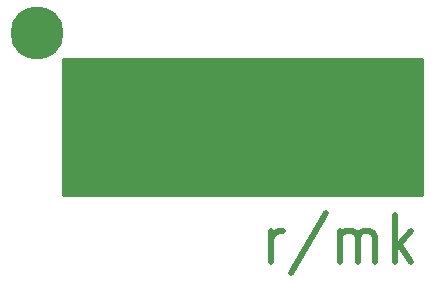
<source format=gbr>
G04 #@! TF.GenerationSoftware,KiCad,Pcbnew,(5.1.10-1-10_14)*
G04 #@! TF.CreationDate,2021-08-19T10:23:20-05:00*
G04 #@! TF.ProjectId,PCB-Keychains,5043422d-4b65-4796-9368-61696e732e6b,rev?*
G04 #@! TF.SameCoordinates,Original*
G04 #@! TF.FileFunction,Copper,L1,Top*
G04 #@! TF.FilePolarity,Positive*
%FSLAX46Y46*%
G04 Gerber Fmt 4.6, Leading zero omitted, Abs format (unit mm)*
G04 Created by KiCad (PCBNEW (5.1.10-1-10_14)) date 2021-08-19 10:23:20*
%MOMM*%
%LPD*%
G01*
G04 APERTURE LIST*
G04 #@! TA.AperFunction,NonConductor*
%ADD10C,0.500000*%
G04 #@! TD*
G04 #@! TA.AperFunction,ComponentPad*
%ADD11C,4.500000*%
G04 #@! TD*
G04 #@! TA.AperFunction,NonConductor*
%ADD12C,0.254000*%
G04 #@! TD*
G04 #@! TA.AperFunction,NonConductor*
%ADD13C,0.100000*%
G04 #@! TD*
G04 APERTURE END LIST*
D10*
X140713138Y-113516955D02*
X140713138Y-110850289D01*
X140713138Y-111612193D02*
X140879805Y-111231241D01*
X141046472Y-111040765D01*
X141379805Y-110850289D01*
X141713138Y-110850289D01*
X145379805Y-109326479D02*
X142379805Y-114469336D01*
X146546472Y-113516955D02*
X146546472Y-110850289D01*
X146546472Y-111231241D02*
X146713138Y-111040765D01*
X147046472Y-110850289D01*
X147546472Y-110850289D01*
X147879805Y-111040765D01*
X148046472Y-111421717D01*
X148046472Y-113516955D01*
X148046472Y-111421717D02*
X148213138Y-111040765D01*
X148546472Y-110850289D01*
X149046472Y-110850289D01*
X149379805Y-111040765D01*
X149546472Y-111421717D01*
X149546472Y-113516955D01*
X151213138Y-113516955D02*
X151213138Y-109516955D01*
X151546472Y-111993146D02*
X152546472Y-113516955D01*
X152546472Y-110850289D02*
X151213138Y-112374098D01*
D11*
X120896472Y-94107432D03*
D12*
X153469472Y-107830432D02*
X123123472Y-107830432D01*
X123123472Y-96334432D01*
X153469472Y-96334432D01*
X153469472Y-107830432D01*
G04 #@! TA.AperFunction,NonConductor*
D13*
G36*
X153469472Y-107830432D02*
G01*
X123123472Y-107830432D01*
X123123472Y-96334432D01*
X153469472Y-96334432D01*
X153469472Y-107830432D01*
G37*
G04 #@! TD.AperFunction*
M02*

</source>
